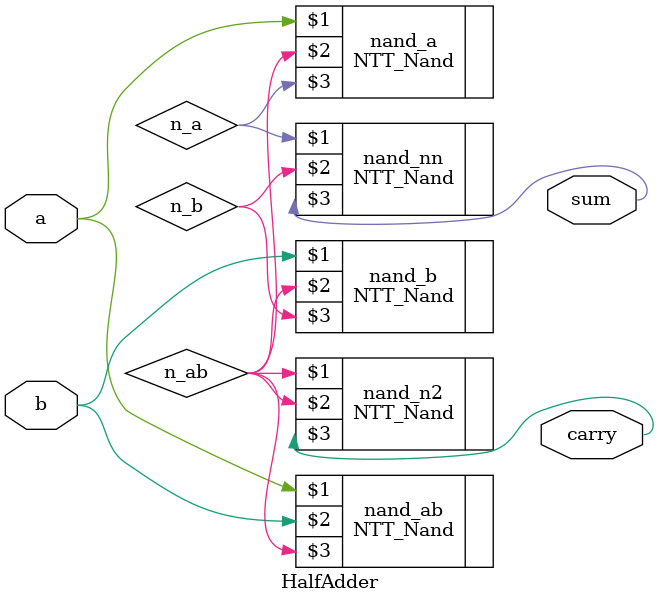
<source format=v>
/**
 * Computes the sum of two bits.
 */
`default_nettype none
module HalfAdder(
    input wire a,       //1-bit input
    input wire b,       //1-bit inpur
    output wire sum,    //Right bit of a + b
    output wire carry   //Lef bit of a + b
);


wire n_a, n_b, n_ab;

NTT_Nand nand_ab(a, b, n_ab);
NTT_Nand nand_b(b, n_ab, n_b);
NTT_Nand nand_a(a, n_ab, n_a);
NTT_Nand nand_nn(n_a, n_b, sum);
NTT_Nand nand_n2(n_ab, n_ab, carry);

endmodule

</source>
